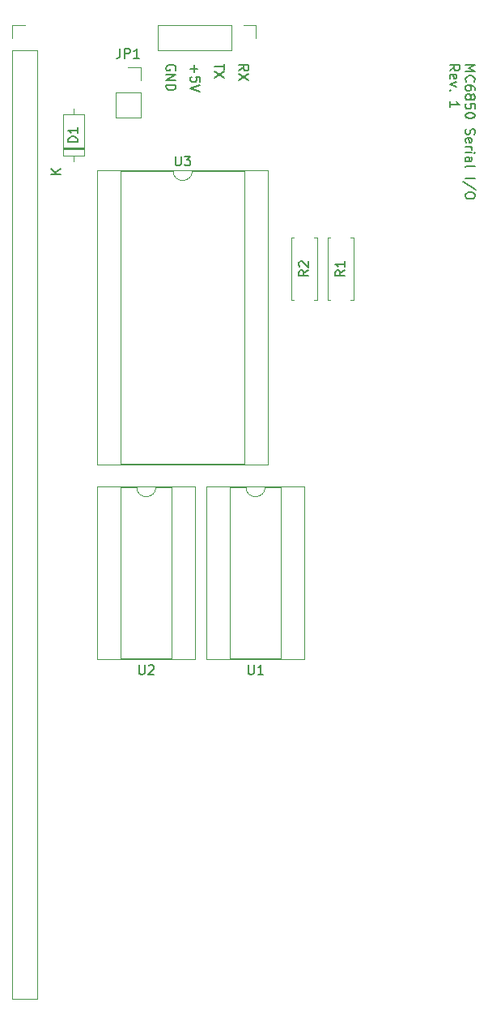
<source format=gbr>
%TF.GenerationSoftware,KiCad,Pcbnew,5.1.6-c6e7f7d~87~ubuntu18.04.1*%
%TF.CreationDate,2020-07-13T17:05:48+01:00*%
%TF.ProjectId,Serial_6850_Rev1,53657269-616c-45f3-9638-35305f526576,rev?*%
%TF.SameCoordinates,Original*%
%TF.FileFunction,Legend,Top*%
%TF.FilePolarity,Positive*%
%FSLAX46Y46*%
G04 Gerber Fmt 4.6, Leading zero omitted, Abs format (unit mm)*
G04 Created by KiCad (PCBNEW 5.1.6-c6e7f7d~87~ubuntu18.04.1) date 2020-07-13 17:05:48*
%MOMM*%
%LPD*%
G01*
G04 APERTURE LIST*
%ADD10C,0.150000*%
%ADD11C,0.120000*%
G04 APERTURE END LIST*
D10*
X156582619Y-58755595D02*
X157582619Y-58755595D01*
X156868333Y-59088928D01*
X157582619Y-59422261D01*
X156582619Y-59422261D01*
X156677857Y-60469880D02*
X156630238Y-60422261D01*
X156582619Y-60279404D01*
X156582619Y-60184166D01*
X156630238Y-60041309D01*
X156725476Y-59946071D01*
X156820714Y-59898452D01*
X157011190Y-59850833D01*
X157154047Y-59850833D01*
X157344523Y-59898452D01*
X157439761Y-59946071D01*
X157535000Y-60041309D01*
X157582619Y-60184166D01*
X157582619Y-60279404D01*
X157535000Y-60422261D01*
X157487380Y-60469880D01*
X157582619Y-61327023D02*
X157582619Y-61136547D01*
X157535000Y-61041309D01*
X157487380Y-60993690D01*
X157344523Y-60898452D01*
X157154047Y-60850833D01*
X156773095Y-60850833D01*
X156677857Y-60898452D01*
X156630238Y-60946071D01*
X156582619Y-61041309D01*
X156582619Y-61231785D01*
X156630238Y-61327023D01*
X156677857Y-61374642D01*
X156773095Y-61422261D01*
X157011190Y-61422261D01*
X157106428Y-61374642D01*
X157154047Y-61327023D01*
X157201666Y-61231785D01*
X157201666Y-61041309D01*
X157154047Y-60946071D01*
X157106428Y-60898452D01*
X157011190Y-60850833D01*
X157154047Y-61993690D02*
X157201666Y-61898452D01*
X157249285Y-61850833D01*
X157344523Y-61803214D01*
X157392142Y-61803214D01*
X157487380Y-61850833D01*
X157535000Y-61898452D01*
X157582619Y-61993690D01*
X157582619Y-62184166D01*
X157535000Y-62279404D01*
X157487380Y-62327023D01*
X157392142Y-62374642D01*
X157344523Y-62374642D01*
X157249285Y-62327023D01*
X157201666Y-62279404D01*
X157154047Y-62184166D01*
X157154047Y-61993690D01*
X157106428Y-61898452D01*
X157058809Y-61850833D01*
X156963571Y-61803214D01*
X156773095Y-61803214D01*
X156677857Y-61850833D01*
X156630238Y-61898452D01*
X156582619Y-61993690D01*
X156582619Y-62184166D01*
X156630238Y-62279404D01*
X156677857Y-62327023D01*
X156773095Y-62374642D01*
X156963571Y-62374642D01*
X157058809Y-62327023D01*
X157106428Y-62279404D01*
X157154047Y-62184166D01*
X157582619Y-63279404D02*
X157582619Y-62803214D01*
X157106428Y-62755595D01*
X157154047Y-62803214D01*
X157201666Y-62898452D01*
X157201666Y-63136547D01*
X157154047Y-63231785D01*
X157106428Y-63279404D01*
X157011190Y-63327023D01*
X156773095Y-63327023D01*
X156677857Y-63279404D01*
X156630238Y-63231785D01*
X156582619Y-63136547D01*
X156582619Y-62898452D01*
X156630238Y-62803214D01*
X156677857Y-62755595D01*
X157582619Y-63946071D02*
X157582619Y-64041309D01*
X157535000Y-64136547D01*
X157487380Y-64184166D01*
X157392142Y-64231785D01*
X157201666Y-64279404D01*
X156963571Y-64279404D01*
X156773095Y-64231785D01*
X156677857Y-64184166D01*
X156630238Y-64136547D01*
X156582619Y-64041309D01*
X156582619Y-63946071D01*
X156630238Y-63850833D01*
X156677857Y-63803214D01*
X156773095Y-63755595D01*
X156963571Y-63707976D01*
X157201666Y-63707976D01*
X157392142Y-63755595D01*
X157487380Y-63803214D01*
X157535000Y-63850833D01*
X157582619Y-63946071D01*
X156630238Y-65422261D02*
X156582619Y-65565119D01*
X156582619Y-65803214D01*
X156630238Y-65898452D01*
X156677857Y-65946071D01*
X156773095Y-65993690D01*
X156868333Y-65993690D01*
X156963571Y-65946071D01*
X157011190Y-65898452D01*
X157058809Y-65803214D01*
X157106428Y-65612738D01*
X157154047Y-65517500D01*
X157201666Y-65469880D01*
X157296904Y-65422261D01*
X157392142Y-65422261D01*
X157487380Y-65469880D01*
X157535000Y-65517500D01*
X157582619Y-65612738D01*
X157582619Y-65850833D01*
X157535000Y-65993690D01*
X156630238Y-66803214D02*
X156582619Y-66707976D01*
X156582619Y-66517500D01*
X156630238Y-66422261D01*
X156725476Y-66374642D01*
X157106428Y-66374642D01*
X157201666Y-66422261D01*
X157249285Y-66517500D01*
X157249285Y-66707976D01*
X157201666Y-66803214D01*
X157106428Y-66850833D01*
X157011190Y-66850833D01*
X156915952Y-66374642D01*
X156582619Y-67279404D02*
X157249285Y-67279404D01*
X157058809Y-67279404D02*
X157154047Y-67327023D01*
X157201666Y-67374642D01*
X157249285Y-67469880D01*
X157249285Y-67565119D01*
X156582619Y-67898452D02*
X157249285Y-67898452D01*
X157582619Y-67898452D02*
X157535000Y-67850833D01*
X157487380Y-67898452D01*
X157535000Y-67946071D01*
X157582619Y-67898452D01*
X157487380Y-67898452D01*
X156582619Y-68803214D02*
X157106428Y-68803214D01*
X157201666Y-68755595D01*
X157249285Y-68660357D01*
X157249285Y-68469880D01*
X157201666Y-68374642D01*
X156630238Y-68803214D02*
X156582619Y-68707976D01*
X156582619Y-68469880D01*
X156630238Y-68374642D01*
X156725476Y-68327023D01*
X156820714Y-68327023D01*
X156915952Y-68374642D01*
X156963571Y-68469880D01*
X156963571Y-68707976D01*
X157011190Y-68803214D01*
X156582619Y-69422261D02*
X156630238Y-69327023D01*
X156725476Y-69279404D01*
X157582619Y-69279404D01*
X156582619Y-70565119D02*
X157582619Y-70565119D01*
X157630238Y-71755595D02*
X156344523Y-70898452D01*
X157582619Y-72279404D02*
X157582619Y-72469880D01*
X157535000Y-72565119D01*
X157439761Y-72660357D01*
X157249285Y-72707976D01*
X156915952Y-72707976D01*
X156725476Y-72660357D01*
X156630238Y-72565119D01*
X156582619Y-72469880D01*
X156582619Y-72279404D01*
X156630238Y-72184166D01*
X156725476Y-72088928D01*
X156915952Y-72041309D01*
X157249285Y-72041309D01*
X157439761Y-72088928D01*
X157535000Y-72184166D01*
X157582619Y-72279404D01*
X154932619Y-59327023D02*
X155408809Y-58993690D01*
X154932619Y-58755595D02*
X155932619Y-58755595D01*
X155932619Y-59136547D01*
X155885000Y-59231785D01*
X155837380Y-59279404D01*
X155742142Y-59327023D01*
X155599285Y-59327023D01*
X155504047Y-59279404D01*
X155456428Y-59231785D01*
X155408809Y-59136547D01*
X155408809Y-58755595D01*
X154980238Y-60136547D02*
X154932619Y-60041309D01*
X154932619Y-59850833D01*
X154980238Y-59755595D01*
X155075476Y-59707976D01*
X155456428Y-59707976D01*
X155551666Y-59755595D01*
X155599285Y-59850833D01*
X155599285Y-60041309D01*
X155551666Y-60136547D01*
X155456428Y-60184166D01*
X155361190Y-60184166D01*
X155265952Y-59707976D01*
X155599285Y-60517500D02*
X154932619Y-60755595D01*
X155599285Y-60993690D01*
X155027857Y-61374642D02*
X154980238Y-61422261D01*
X154932619Y-61374642D01*
X154980238Y-61327023D01*
X155027857Y-61374642D01*
X154932619Y-61374642D01*
X154932619Y-63136547D02*
X154932619Y-62565119D01*
X154932619Y-62850833D02*
X155932619Y-62850833D01*
X155789761Y-62755595D01*
X155694523Y-62660357D01*
X155646904Y-62565119D01*
X126230000Y-59279404D02*
X126277619Y-59184166D01*
X126277619Y-59041309D01*
X126230000Y-58898452D01*
X126134761Y-58803214D01*
X126039523Y-58755595D01*
X125849047Y-58707976D01*
X125706190Y-58707976D01*
X125515714Y-58755595D01*
X125420476Y-58803214D01*
X125325238Y-58898452D01*
X125277619Y-59041309D01*
X125277619Y-59136547D01*
X125325238Y-59279404D01*
X125372857Y-59327023D01*
X125706190Y-59327023D01*
X125706190Y-59136547D01*
X125277619Y-59755595D02*
X126277619Y-59755595D01*
X125277619Y-60327023D01*
X126277619Y-60327023D01*
X125277619Y-60803214D02*
X126277619Y-60803214D01*
X126277619Y-61041309D01*
X126230000Y-61184166D01*
X126134761Y-61279404D01*
X126039523Y-61327023D01*
X125849047Y-61374642D01*
X125706190Y-61374642D01*
X125515714Y-61327023D01*
X125420476Y-61279404D01*
X125325238Y-61184166D01*
X125277619Y-61041309D01*
X125277619Y-60803214D01*
X128198571Y-58755595D02*
X128198571Y-59517500D01*
X127817619Y-59136547D02*
X128579523Y-59136547D01*
X128817619Y-60469880D02*
X128817619Y-59993690D01*
X128341428Y-59946071D01*
X128389047Y-59993690D01*
X128436666Y-60088928D01*
X128436666Y-60327023D01*
X128389047Y-60422261D01*
X128341428Y-60469880D01*
X128246190Y-60517500D01*
X128008095Y-60517500D01*
X127912857Y-60469880D01*
X127865238Y-60422261D01*
X127817619Y-60327023D01*
X127817619Y-60088928D01*
X127865238Y-59993690D01*
X127912857Y-59946071D01*
X128817619Y-60803214D02*
X127817619Y-61136547D01*
X128817619Y-61469880D01*
X131357619Y-58612738D02*
X131357619Y-59184166D01*
X130357619Y-58898452D02*
X131357619Y-58898452D01*
X131357619Y-59422261D02*
X130357619Y-60088928D01*
X131357619Y-60088928D02*
X130357619Y-59422261D01*
X132897619Y-59327023D02*
X133373809Y-58993690D01*
X132897619Y-58755595D02*
X133897619Y-58755595D01*
X133897619Y-59136547D01*
X133850000Y-59231785D01*
X133802380Y-59279404D01*
X133707142Y-59327023D01*
X133564285Y-59327023D01*
X133469047Y-59279404D01*
X133421428Y-59231785D01*
X133373809Y-59136547D01*
X133373809Y-58755595D01*
X133897619Y-59660357D02*
X132897619Y-60327023D01*
X133897619Y-60327023D02*
X132897619Y-59660357D01*
D11*
%TO.C,J1*%
X109160000Y-156270000D02*
X111820000Y-156270000D01*
X109160000Y-57150000D02*
X109160000Y-156270000D01*
X111820000Y-57150000D02*
X111820000Y-156270000D01*
X109160000Y-57150000D02*
X111820000Y-57150000D01*
X109160000Y-55880000D02*
X109160000Y-54550000D01*
X109160000Y-54550000D02*
X110490000Y-54550000D01*
%TO.C,J2*%
X134680000Y-54550000D02*
X134680000Y-55880000D01*
X133350000Y-54550000D02*
X134680000Y-54550000D01*
X132080000Y-54550000D02*
X132080000Y-57210000D01*
X132080000Y-57210000D02*
X124400000Y-57210000D01*
X132080000Y-54550000D02*
X124400000Y-54550000D01*
X124400000Y-54550000D02*
X124400000Y-57210000D01*
%TO.C,U3*%
X126000000Y-69790000D02*
X120540000Y-69790000D01*
X120540000Y-69790000D02*
X120540000Y-100390000D01*
X120540000Y-100390000D02*
X133460000Y-100390000D01*
X133460000Y-100390000D02*
X133460000Y-69790000D01*
X133460000Y-69790000D02*
X128000000Y-69790000D01*
X118050000Y-69730000D02*
X118050000Y-100450000D01*
X118050000Y-100450000D02*
X135950000Y-100450000D01*
X135950000Y-100450000D02*
X135950000Y-69730000D01*
X135950000Y-69730000D02*
X118050000Y-69730000D01*
X128000000Y-69790000D02*
G75*
G02*
X126000000Y-69790000I-1000000J0D01*
G01*
%TO.C,U2*%
X122190000Y-102810000D02*
X120540000Y-102810000D01*
X120540000Y-102810000D02*
X120540000Y-120710000D01*
X120540000Y-120710000D02*
X125840000Y-120710000D01*
X125840000Y-120710000D02*
X125840000Y-102810000D01*
X125840000Y-102810000D02*
X124190000Y-102810000D01*
X118050000Y-102750000D02*
X118050000Y-120770000D01*
X118050000Y-120770000D02*
X128330000Y-120770000D01*
X128330000Y-120770000D02*
X128330000Y-102750000D01*
X128330000Y-102750000D02*
X118050000Y-102750000D01*
X124190000Y-102810000D02*
G75*
G02*
X122190000Y-102810000I-1000000J0D01*
G01*
%TO.C,U1*%
X133620000Y-102810000D02*
X131970000Y-102810000D01*
X131970000Y-102810000D02*
X131970000Y-120710000D01*
X131970000Y-120710000D02*
X137270000Y-120710000D01*
X137270000Y-120710000D02*
X137270000Y-102810000D01*
X137270000Y-102810000D02*
X135620000Y-102810000D01*
X129480000Y-102750000D02*
X129480000Y-120770000D01*
X129480000Y-120770000D02*
X139760000Y-120770000D01*
X139760000Y-120770000D02*
X139760000Y-102750000D01*
X139760000Y-102750000D02*
X129480000Y-102750000D01*
X135620000Y-102810000D02*
G75*
G02*
X133620000Y-102810000I-1000000J0D01*
G01*
%TO.C,R2*%
X140740000Y-76740000D02*
X141070000Y-76740000D01*
X141070000Y-76740000D02*
X141070000Y-83280000D01*
X141070000Y-83280000D02*
X140740000Y-83280000D01*
X138660000Y-76740000D02*
X138330000Y-76740000D01*
X138330000Y-76740000D02*
X138330000Y-83280000D01*
X138330000Y-83280000D02*
X138660000Y-83280000D01*
%TO.C,R1*%
X144550000Y-76740000D02*
X144880000Y-76740000D01*
X144880000Y-76740000D02*
X144880000Y-83280000D01*
X144880000Y-83280000D02*
X144550000Y-83280000D01*
X142470000Y-76740000D02*
X142140000Y-76740000D01*
X142140000Y-76740000D02*
X142140000Y-83280000D01*
X142140000Y-83280000D02*
X142470000Y-83280000D01*
%TO.C,JP1*%
X119955000Y-61595000D02*
X122615000Y-61595000D01*
X119955000Y-61595000D02*
X119955000Y-64195000D01*
X119955000Y-64195000D02*
X122615000Y-64195000D01*
X122615000Y-61595000D02*
X122615000Y-64195000D01*
X122615000Y-58995000D02*
X122615000Y-60325000D01*
X121285000Y-58995000D02*
X122615000Y-58995000D01*
%TO.C,D1*%
X114450000Y-68160000D02*
X116690000Y-68160000D01*
X116690000Y-68160000D02*
X116690000Y-63920000D01*
X116690000Y-63920000D02*
X114450000Y-63920000D01*
X114450000Y-63920000D02*
X114450000Y-68160000D01*
X115570000Y-68810000D02*
X115570000Y-68160000D01*
X115570000Y-63270000D02*
X115570000Y-63920000D01*
X114450000Y-67440000D02*
X116690000Y-67440000D01*
X114450000Y-67320000D02*
X116690000Y-67320000D01*
X114450000Y-67560000D02*
X116690000Y-67560000D01*
%TO.C,U3*%
D10*
X126238095Y-68242380D02*
X126238095Y-69051904D01*
X126285714Y-69147142D01*
X126333333Y-69194761D01*
X126428571Y-69242380D01*
X126619047Y-69242380D01*
X126714285Y-69194761D01*
X126761904Y-69147142D01*
X126809523Y-69051904D01*
X126809523Y-68242380D01*
X127190476Y-68242380D02*
X127809523Y-68242380D01*
X127476190Y-68623333D01*
X127619047Y-68623333D01*
X127714285Y-68670952D01*
X127761904Y-68718571D01*
X127809523Y-68813809D01*
X127809523Y-69051904D01*
X127761904Y-69147142D01*
X127714285Y-69194761D01*
X127619047Y-69242380D01*
X127333333Y-69242380D01*
X127238095Y-69194761D01*
X127190476Y-69147142D01*
%TO.C,U2*%
X122428095Y-121372380D02*
X122428095Y-122181904D01*
X122475714Y-122277142D01*
X122523333Y-122324761D01*
X122618571Y-122372380D01*
X122809047Y-122372380D01*
X122904285Y-122324761D01*
X122951904Y-122277142D01*
X122999523Y-122181904D01*
X122999523Y-121372380D01*
X123428095Y-121467619D02*
X123475714Y-121420000D01*
X123570952Y-121372380D01*
X123809047Y-121372380D01*
X123904285Y-121420000D01*
X123951904Y-121467619D01*
X123999523Y-121562857D01*
X123999523Y-121658095D01*
X123951904Y-121800952D01*
X123380476Y-122372380D01*
X123999523Y-122372380D01*
%TO.C,U1*%
X133858095Y-121372380D02*
X133858095Y-122181904D01*
X133905714Y-122277142D01*
X133953333Y-122324761D01*
X134048571Y-122372380D01*
X134239047Y-122372380D01*
X134334285Y-122324761D01*
X134381904Y-122277142D01*
X134429523Y-122181904D01*
X134429523Y-121372380D01*
X135429523Y-122372380D02*
X134858095Y-122372380D01*
X135143809Y-122372380D02*
X135143809Y-121372380D01*
X135048571Y-121515238D01*
X134953333Y-121610476D01*
X134858095Y-121658095D01*
%TO.C,R2*%
X140152380Y-80176666D02*
X139676190Y-80510000D01*
X140152380Y-80748095D02*
X139152380Y-80748095D01*
X139152380Y-80367142D01*
X139200000Y-80271904D01*
X139247619Y-80224285D01*
X139342857Y-80176666D01*
X139485714Y-80176666D01*
X139580952Y-80224285D01*
X139628571Y-80271904D01*
X139676190Y-80367142D01*
X139676190Y-80748095D01*
X139247619Y-79795714D02*
X139200000Y-79748095D01*
X139152380Y-79652857D01*
X139152380Y-79414761D01*
X139200000Y-79319523D01*
X139247619Y-79271904D01*
X139342857Y-79224285D01*
X139438095Y-79224285D01*
X139580952Y-79271904D01*
X140152380Y-79843333D01*
X140152380Y-79224285D01*
%TO.C,R1*%
X143962380Y-80176666D02*
X143486190Y-80510000D01*
X143962380Y-80748095D02*
X142962380Y-80748095D01*
X142962380Y-80367142D01*
X143010000Y-80271904D01*
X143057619Y-80224285D01*
X143152857Y-80176666D01*
X143295714Y-80176666D01*
X143390952Y-80224285D01*
X143438571Y-80271904D01*
X143486190Y-80367142D01*
X143486190Y-80748095D01*
X143962380Y-79224285D02*
X143962380Y-79795714D01*
X143962380Y-79510000D02*
X142962380Y-79510000D01*
X143105238Y-79605238D01*
X143200476Y-79700476D01*
X143248095Y-79795714D01*
%TO.C,JP1*%
X120451666Y-57007380D02*
X120451666Y-57721666D01*
X120404047Y-57864523D01*
X120308809Y-57959761D01*
X120165952Y-58007380D01*
X120070714Y-58007380D01*
X120927857Y-58007380D02*
X120927857Y-57007380D01*
X121308809Y-57007380D01*
X121404047Y-57055000D01*
X121451666Y-57102619D01*
X121499285Y-57197857D01*
X121499285Y-57340714D01*
X121451666Y-57435952D01*
X121404047Y-57483571D01*
X121308809Y-57531190D01*
X120927857Y-57531190D01*
X122451666Y-58007380D02*
X121880238Y-58007380D01*
X122165952Y-58007380D02*
X122165952Y-57007380D01*
X122070714Y-57150238D01*
X121975476Y-57245476D01*
X121880238Y-57293095D01*
%TO.C,D1*%
X116022380Y-66778095D02*
X115022380Y-66778095D01*
X115022380Y-66540000D01*
X115070000Y-66397142D01*
X115165238Y-66301904D01*
X115260476Y-66254285D01*
X115450952Y-66206666D01*
X115593809Y-66206666D01*
X115784285Y-66254285D01*
X115879523Y-66301904D01*
X115974761Y-66397142D01*
X116022380Y-66540000D01*
X116022380Y-66778095D01*
X116022380Y-65254285D02*
X116022380Y-65825714D01*
X116022380Y-65540000D02*
X115022380Y-65540000D01*
X115165238Y-65635238D01*
X115260476Y-65730476D01*
X115308095Y-65825714D01*
X114222380Y-70111904D02*
X113222380Y-70111904D01*
X114222380Y-69540476D02*
X113650952Y-69969047D01*
X113222380Y-69540476D02*
X113793809Y-70111904D01*
%TD*%
M02*

</source>
